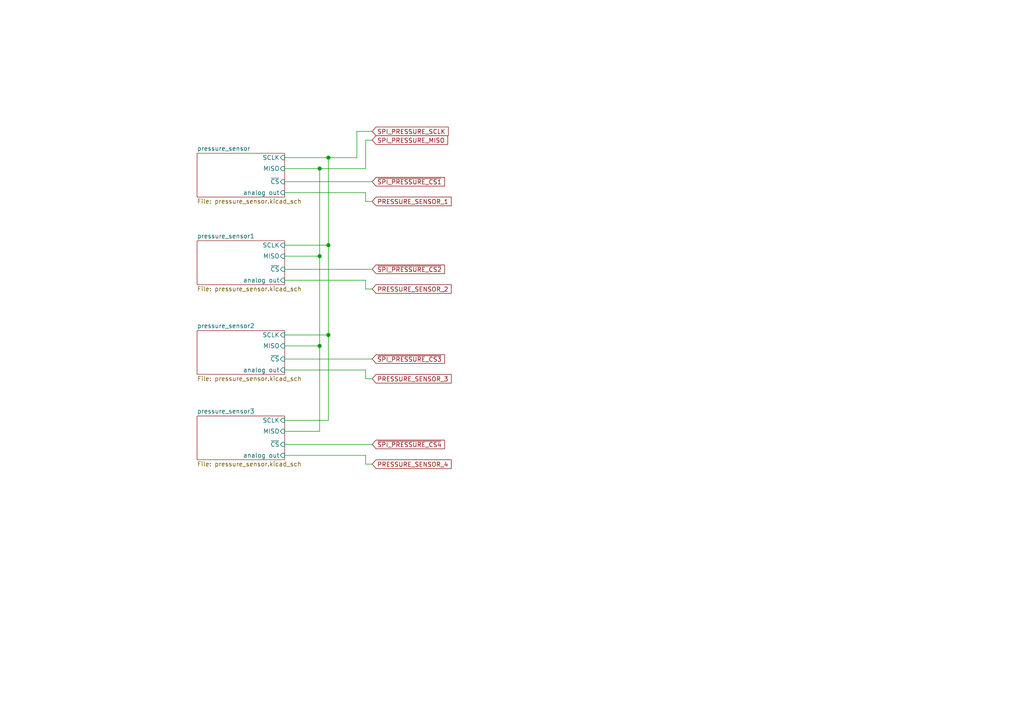
<source format=kicad_sch>
(kicad_sch (version 20211123) (generator eeschema)

  (uuid a0eaa064-e23c-4142-829c-feaff92836f4)

  (paper "A4")

  (lib_symbols
  )

  (junction (at 95.25 97.155) (diameter 1.016) (color 0 0 0 0)
    (uuid 12ab2339-befe-4c2a-83fe-ca919424ff18)
  )
  (junction (at 92.71 100.33) (diameter 1.016) (color 0 0 0 0)
    (uuid 20f6e38c-67a5-4644-b9a7-6ec89b3b64fd)
  )
  (junction (at 95.25 71.12) (diameter 1.016) (color 0 0 0 0)
    (uuid 59147bef-e7d3-42c9-9796-6326ea61071b)
  )
  (junction (at 92.71 74.295) (diameter 1.016) (color 0 0 0 0)
    (uuid 6d37ba34-3704-4806-86e1-7fae824ef21b)
  )
  (junction (at 92.71 48.895) (diameter 1.016) (color 0 0 0 0)
    (uuid 8ee69a29-e666-41b5-8ae6-a4a1a8687d7c)
  )
  (junction (at 95.25 45.72) (diameter 1.016) (color 0 0 0 0)
    (uuid 92c15745-902a-4afa-9c24-dd3fb8f004e2)
  )

  (wire (pts (xy 95.25 71.12) (xy 95.25 45.72))
    (stroke (width 0) (type solid) (color 0 0 0 0))
    (uuid 02cef541-b872-498a-9f3d-dd2e037b62a4)
  )
  (wire (pts (xy 107.95 134.62) (xy 106.045 134.62))
    (stroke (width 0) (type solid) (color 0 0 0 0))
    (uuid 0451447a-6bc9-431a-95bb-e632c3c42301)
  )
  (wire (pts (xy 82.55 125.095) (xy 92.71 125.095))
    (stroke (width 0) (type solid) (color 0 0 0 0))
    (uuid 0b2b077e-b68f-41a6-82c1-1687197de943)
  )
  (wire (pts (xy 107.95 83.82) (xy 106.045 83.82))
    (stroke (width 0) (type solid) (color 0 0 0 0))
    (uuid 0e9f593c-fd44-42bd-8320-7254105406b9)
  )
  (wire (pts (xy 82.55 121.92) (xy 95.25 121.92))
    (stroke (width 0) (type solid) (color 0 0 0 0))
    (uuid 2c684026-6960-4e72-bc92-a06d52cdd2e9)
  )
  (wire (pts (xy 92.71 74.295) (xy 92.71 48.895))
    (stroke (width 0) (type solid) (color 0 0 0 0))
    (uuid 2f0275e3-f1a5-4d1b-a691-8772b13cb0d1)
  )
  (wire (pts (xy 82.55 128.905) (xy 107.95 128.905))
    (stroke (width 0) (type solid) (color 0 0 0 0))
    (uuid 31a04422-43ec-48da-bad6-517a4d293374)
  )
  (wire (pts (xy 107.95 109.855) (xy 106.045 109.855))
    (stroke (width 0) (type solid) (color 0 0 0 0))
    (uuid 3232ad22-51f2-4602-89a9-331cc40b76ce)
  )
  (wire (pts (xy 82.55 100.33) (xy 92.71 100.33))
    (stroke (width 0) (type solid) (color 0 0 0 0))
    (uuid 3de0e192-cd7e-45f6-8b02-e555eefbba49)
  )
  (wire (pts (xy 95.25 97.155) (xy 95.25 71.12))
    (stroke (width 0) (type solid) (color 0 0 0 0))
    (uuid 4766f5d0-b095-4e10-9d87-37f8fe664adb)
  )
  (wire (pts (xy 82.55 74.295) (xy 92.71 74.295))
    (stroke (width 0) (type solid) (color 0 0 0 0))
    (uuid 48dd986a-b13d-47dd-8e7d-42a39ae11d8b)
  )
  (wire (pts (xy 107.95 40.64) (xy 106.045 40.64))
    (stroke (width 0) (type solid) (color 0 0 0 0))
    (uuid 57cb81c2-1cbd-4335-95d2-888f06e1594f)
  )
  (wire (pts (xy 82.55 45.72) (xy 95.25 45.72))
    (stroke (width 0) (type solid) (color 0 0 0 0))
    (uuid 5cd1139a-a727-4562-9539-4808fa45a3d2)
  )
  (wire (pts (xy 92.71 125.095) (xy 92.71 100.33))
    (stroke (width 0) (type solid) (color 0 0 0 0))
    (uuid 5cfa32af-0075-4ff2-9c39-53bfa86577f6)
  )
  (wire (pts (xy 103.505 38.1) (xy 103.505 45.72))
    (stroke (width 0) (type solid) (color 0 0 0 0))
    (uuid 6e1937da-192d-4743-aa44-38d20bc2c9d5)
  )
  (wire (pts (xy 95.25 121.92) (xy 95.25 97.155))
    (stroke (width 0) (type solid) (color 0 0 0 0))
    (uuid 6f680275-99fd-4993-8a31-b9ffd9e1d046)
  )
  (wire (pts (xy 107.95 38.1) (xy 103.505 38.1))
    (stroke (width 0) (type solid) (color 0 0 0 0))
    (uuid 7b403e4c-4c4e-4bcb-a3bc-af68e0d5e286)
  )
  (wire (pts (xy 82.55 48.895) (xy 92.71 48.895))
    (stroke (width 0) (type solid) (color 0 0 0 0))
    (uuid 7e646435-ebf5-4c5b-a5b2-3efd7939ced7)
  )
  (wire (pts (xy 92.71 48.895) (xy 106.045 48.895))
    (stroke (width 0) (type solid) (color 0 0 0 0))
    (uuid 8486fec8-48ad-4c93-ab33-751484b43c6f)
  )
  (wire (pts (xy 82.55 104.14) (xy 107.95 104.14))
    (stroke (width 0) (type solid) (color 0 0 0 0))
    (uuid 88d44cec-cc4b-4ead-8efd-dd9903351967)
  )
  (wire (pts (xy 82.55 71.12) (xy 95.25 71.12))
    (stroke (width 0) (type solid) (color 0 0 0 0))
    (uuid 90b71b2e-2643-424c-ab13-0eefa7ccf7f9)
  )
  (wire (pts (xy 106.045 83.82) (xy 106.045 81.28))
    (stroke (width 0) (type solid) (color 0 0 0 0))
    (uuid 9afd3dca-96f5-4bdb-b83a-a1f6d1fd1632)
  )
  (wire (pts (xy 82.55 55.88) (xy 106.045 55.88))
    (stroke (width 0) (type solid) (color 0 0 0 0))
    (uuid 9c02da0d-d508-4184-81be-ea9eb2a2d3bc)
  )
  (wire (pts (xy 82.55 107.315) (xy 106.045 107.315))
    (stroke (width 0) (type solid) (color 0 0 0 0))
    (uuid a32359cd-7400-4f1c-ba6e-6a9f71d1e560)
  )
  (wire (pts (xy 82.55 132.08) (xy 106.045 132.08))
    (stroke (width 0) (type solid) (color 0 0 0 0))
    (uuid a9797298-0aa6-4afa-bcf5-89c5f7e26892)
  )
  (wire (pts (xy 106.045 40.64) (xy 106.045 48.895))
    (stroke (width 0) (type solid) (color 0 0 0 0))
    (uuid b4b04652-bb06-407c-b083-26135d379225)
  )
  (wire (pts (xy 92.71 100.33) (xy 92.71 74.295))
    (stroke (width 0) (type solid) (color 0 0 0 0))
    (uuid ba3cdccf-1676-414e-a7a9-ef9f1f5bf089)
  )
  (wire (pts (xy 82.55 78.105) (xy 107.95 78.105))
    (stroke (width 0) (type solid) (color 0 0 0 0))
    (uuid c39e784e-a064-4d7e-b5f6-4fad4b057c9c)
  )
  (wire (pts (xy 106.045 134.62) (xy 106.045 132.08))
    (stroke (width 0) (type solid) (color 0 0 0 0))
    (uuid d715a76a-9ee5-4bf4-87e5-5193f40a9cd7)
  )
  (wire (pts (xy 95.25 45.72) (xy 103.505 45.72))
    (stroke (width 0) (type solid) (color 0 0 0 0))
    (uuid dd1fcddf-2123-4c51-991a-8e16de0e297d)
  )
  (wire (pts (xy 82.55 81.28) (xy 106.045 81.28))
    (stroke (width 0) (type solid) (color 0 0 0 0))
    (uuid e0f5981f-a17c-44b1-b9b4-1912405ae42e)
  )
  (wire (pts (xy 107.95 58.42) (xy 106.045 58.42))
    (stroke (width 0) (type solid) (color 0 0 0 0))
    (uuid ec00e07b-53e0-49db-812e-f3b6ca76da1b)
  )
  (wire (pts (xy 106.045 58.42) (xy 106.045 55.88))
    (stroke (width 0) (type solid) (color 0 0 0 0))
    (uuid f6f17e28-e521-43ae-b5c5-ded2be22788e)
  )
  (wire (pts (xy 82.55 52.705) (xy 107.95 52.705))
    (stroke (width 0) (type solid) (color 0 0 0 0))
    (uuid fc827270-0400-4839-a309-0603cc483965)
  )
  (wire (pts (xy 82.55 97.155) (xy 95.25 97.155))
    (stroke (width 0) (type solid) (color 0 0 0 0))
    (uuid fe682c09-fca8-4de6-9a4f-dee128cd96a0)
  )
  (wire (pts (xy 106.045 109.855) (xy 106.045 107.315))
    (stroke (width 0) (type solid) (color 0 0 0 0))
    (uuid ff0dfac8-39d1-4203-84c2-60c55c397b00)
  )

  (global_label "~{SPI_PRESSURE_CS2}" (shape input) (at 107.95 78.105 0)
    (effects (font (size 1.27 1.27)) (justify left))
    (uuid 091f50dd-ee10-46b8-9f1d-563e8ed240d5)
    (property "Intersheet References" "${INTERSHEET_REFS}" (id 0) (at 131.3604 78.0256 0)
      (effects (font (size 1.27 1.27)) (justify left) hide)
    )
  )
  (global_label "PRESSURE_SENSOR_2" (shape input) (at 107.95 83.82 0)
    (effects (font (size 1.27 1.27)) (justify left))
    (uuid 3e1b90fc-6ea9-4c0f-aa9e-aacddff3dcfd)
    (property "Intersheet References" "${INTERSHEET_REFS}" (id 0) (at 132.3885 83.7406 0)
      (effects (font (size 1.27 1.27)) (justify left) hide)
    )
  )
  (global_label "~{SPI_PRESSURE_CS4}" (shape input) (at 107.95 128.905 0)
    (effects (font (size 1.27 1.27)) (justify left))
    (uuid 6601c261-7fec-41b3-8b40-d8bfdf6b10f2)
    (property "Intersheet References" "${INTERSHEET_REFS}" (id 0) (at 131.3604 128.8256 0)
      (effects (font (size 1.27 1.27)) (justify left) hide)
    )
  )
  (global_label "SPI_PRESSURE_MISO" (shape input) (at 107.95 40.64 0)
    (effects (font (size 1.27 1.27)) (justify left))
    (uuid 762689e6-d3b4-4480-b35a-d16ebe7dd8c5)
    (property "Intersheet References" "${INTERSHEET_REFS}" (id 0) (at 131.3604 40.5606 0)
      (effects (font (size 1.27 1.27)) (justify left) hide)
    )
  )
  (global_label "SPI_PRESSURE_SCLK" (shape input) (at 107.95 38.1 0)
    (effects (font (size 1.27 1.27)) (justify left))
    (uuid 7b4eacbc-7d58-47ce-ae57-9502df4cbfd7)
    (property "Intersheet References" "${INTERSHEET_REFS}" (id 0) (at 131.5419 38.0206 0)
      (effects (font (size 1.27 1.27)) (justify left) hide)
    )
  )
  (global_label "~{SPI_PRESSURE_CS1}" (shape input) (at 107.95 52.705 0)
    (effects (font (size 1.27 1.27)) (justify left))
    (uuid 7e821413-89a5-444e-88b3-8e711414a917)
    (property "Intersheet References" "${INTERSHEET_REFS}" (id 0) (at 131.3604 52.6256 0)
      (effects (font (size 1.27 1.27)) (justify left) hide)
    )
  )
  (global_label "PRESSURE_SENSOR_4" (shape input) (at 107.95 134.62 0)
    (effects (font (size 1.27 1.27)) (justify left))
    (uuid ae2da7d6-ce4c-462a-8da2-e077516a6955)
    (property "Intersheet References" "${INTERSHEET_REFS}" (id 0) (at 132.3885 134.5406 0)
      (effects (font (size 1.27 1.27)) (justify left) hide)
    )
  )
  (global_label "~{SPI_PRESSURE_CS3}" (shape input) (at 107.95 104.14 0)
    (effects (font (size 1.27 1.27)) (justify left))
    (uuid bfa8f61d-9535-4b2e-a454-65b9db7eb83f)
    (property "Intersheet References" "${INTERSHEET_REFS}" (id 0) (at 131.3604 104.0606 0)
      (effects (font (size 1.27 1.27)) (justify left) hide)
    )
  )
  (global_label "PRESSURE_SENSOR_3" (shape input) (at 107.95 109.855 0)
    (effects (font (size 1.27 1.27)) (justify left))
    (uuid e0e018df-75b4-4c76-bca5-5b1dc05b21d7)
    (property "Intersheet References" "${INTERSHEET_REFS}" (id 0) (at 132.3885 109.7756 0)
      (effects (font (size 1.27 1.27)) (justify left) hide)
    )
  )
  (global_label "PRESSURE_SENSOR_1" (shape input) (at 107.95 58.42 0)
    (effects (font (size 1.27 1.27)) (justify left))
    (uuid e5dc5cf6-2cca-4cd2-9bc2-e7a34ba6c1d6)
    (property "Intersheet References" "${INTERSHEET_REFS}" (id 0) (at 132.3885 58.3406 0)
      (effects (font (size 1.27 1.27)) (justify left) hide)
    )
  )

  (sheet (at 57.15 44.45) (size 25.4 12.7)
    (stroke (width 0.001) (type solid) (color 0 0 0 0))
    (fill (color 0 0 0 0.0000))
    (uuid 40787f61-fdd7-4dca-bc47-1590eaf0292f)
    (property "Sheet name" "pressure_sensor" (id 0) (at 57.15 43.8141 0)
      (effects (font (size 1.27 1.27)) (justify left bottom))
    )
    (property "Sheet file" "pressure_sensor.kicad_sch" (id 1) (at 57.15 57.6589 0)
      (effects (font (size 1.27 1.27)) (justify left top))
    )
    (pin "MISO" input (at 82.55 48.895 0)
      (effects (font (size 1.27 1.27)) (justify right))
      (uuid 1477d8e3-e587-443e-80ef-5e78c065e4b0)
    )
    (pin "SCLK" input (at 82.55 45.72 0)
      (effects (font (size 1.27 1.27)) (justify right))
      (uuid ac0a58ab-6ca7-492d-b86d-68a8c1b46946)
    )
    (pin "analog out" input (at 82.55 55.88 0)
      (effects (font (size 1.27 1.27)) (justify right))
      (uuid e9e6fc2e-33ea-4cd9-85af-bdfb9a3a47ab)
    )
    (pin "~{CS}" input (at 82.55 52.705 0)
      (effects (font (size 1.27 1.27)) (justify right))
      (uuid 6998f972-a9d5-472a-b3fe-b890af521823)
    )
  )

  (sheet (at 57.15 69.85) (size 25.4 12.7)
    (stroke (width 0.001) (type solid) (color 0 0 0 0))
    (fill (color 0 0 0 0.0000))
    (uuid 49a36513-dda7-430e-8fa1-bc51c7bfafcf)
    (property "Sheet name" "pressure_sensor1" (id 0) (at 57.15 69.2141 0)
      (effects (font (size 1.27 1.27)) (justify left bottom))
    )
    (property "Sheet file" "pressure_sensor.kicad_sch" (id 1) (at 57.15 83.0589 0)
      (effects (font (size 1.27 1.27)) (justify left top))
    )
    (pin "MISO" input (at 82.55 74.295 0)
      (effects (font (size 1.27 1.27)) (justify right))
      (uuid 33ef0d9f-627e-45d2-87db-394567bbfafd)
    )
    (pin "SCLK" input (at 82.55 71.12 0)
      (effects (font (size 1.27 1.27)) (justify right))
      (uuid 7e584ba5-216b-495b-bd01-fd7bcecc8b80)
    )
    (pin "analog out" input (at 82.55 81.28 0)
      (effects (font (size 1.27 1.27)) (justify right))
      (uuid fea9816c-83ed-4069-8f9b-dddca9c72db9)
    )
    (pin "~{CS}" input (at 82.55 78.105 0)
      (effects (font (size 1.27 1.27)) (justify right))
      (uuid d37a4ea8-0926-4058-95bc-5cc8518de999)
    )
  )

  (sheet (at 57.15 95.885) (size 25.4 12.7)
    (stroke (width 0.001) (type solid) (color 0 0 0 0))
    (fill (color 0 0 0 0.0000))
    (uuid 73982f17-6531-42f2-8b9d-49144fd19e73)
    (property "Sheet name" "pressure_sensor2" (id 0) (at 57.15 95.2491 0)
      (effects (font (size 1.27 1.27)) (justify left bottom))
    )
    (property "Sheet file" "pressure_sensor.kicad_sch" (id 1) (at 57.15 109.0939 0)
      (effects (font (size 1.27 1.27)) (justify left top))
    )
    (pin "MISO" input (at 82.55 100.33 0)
      (effects (font (size 1.27 1.27)) (justify right))
      (uuid 620cfb4a-782b-4d57-a300-19e5bbba7571)
    )
    (pin "SCLK" input (at 82.55 97.155 0)
      (effects (font (size 1.27 1.27)) (justify right))
      (uuid fcd1659b-8753-4f10-8ea4-235235b87dcc)
    )
    (pin "analog out" input (at 82.55 107.315 0)
      (effects (font (size 1.27 1.27)) (justify right))
      (uuid b1c9a14f-33ca-486c-8518-648b6120fee0)
    )
    (pin "~{CS}" input (at 82.55 104.14 0)
      (effects (font (size 1.27 1.27)) (justify right))
      (uuid 88314790-f847-4de8-afaa-4f4a60d1ea30)
    )
  )

  (sheet (at 57.15 120.65) (size 25.4 12.7)
    (stroke (width 0.001) (type solid) (color 0 0 0 0))
    (fill (color 0 0 0 0.0000))
    (uuid d43320db-85e6-416c-89b4-e29f7c61fa83)
    (property "Sheet name" "pressure_sensor3" (id 0) (at 57.15 120.0141 0)
      (effects (font (size 1.27 1.27)) (justify left bottom))
    )
    (property "Sheet file" "pressure_sensor.kicad_sch" (id 1) (at 57.15 133.8589 0)
      (effects (font (size 1.27 1.27)) (justify left top))
    )
    (pin "MISO" input (at 82.55 125.095 0)
      (effects (font (size 1.27 1.27)) (justify right))
      (uuid 0d8ff6b7-b753-4828-982c-9dc9faaf98ef)
    )
    (pin "SCLK" input (at 82.55 121.92 0)
      (effects (font (size 1.27 1.27)) (justify right))
      (uuid 8f23b5e8-57ba-460d-bf3f-005c8c6ebf61)
    )
    (pin "analog out" input (at 82.55 132.08 0)
      (effects (font (size 1.27 1.27)) (justify right))
      (uuid 9c3a5154-053f-4532-8cca-fd75f902505d)
    )
    (pin "~{CS}" input (at 82.55 128.905 0)
      (effects (font (size 1.27 1.27)) (justify right))
      (uuid ab1cb81b-0487-4914-a099-2460ef3138b0)
    )
  )
)

</source>
